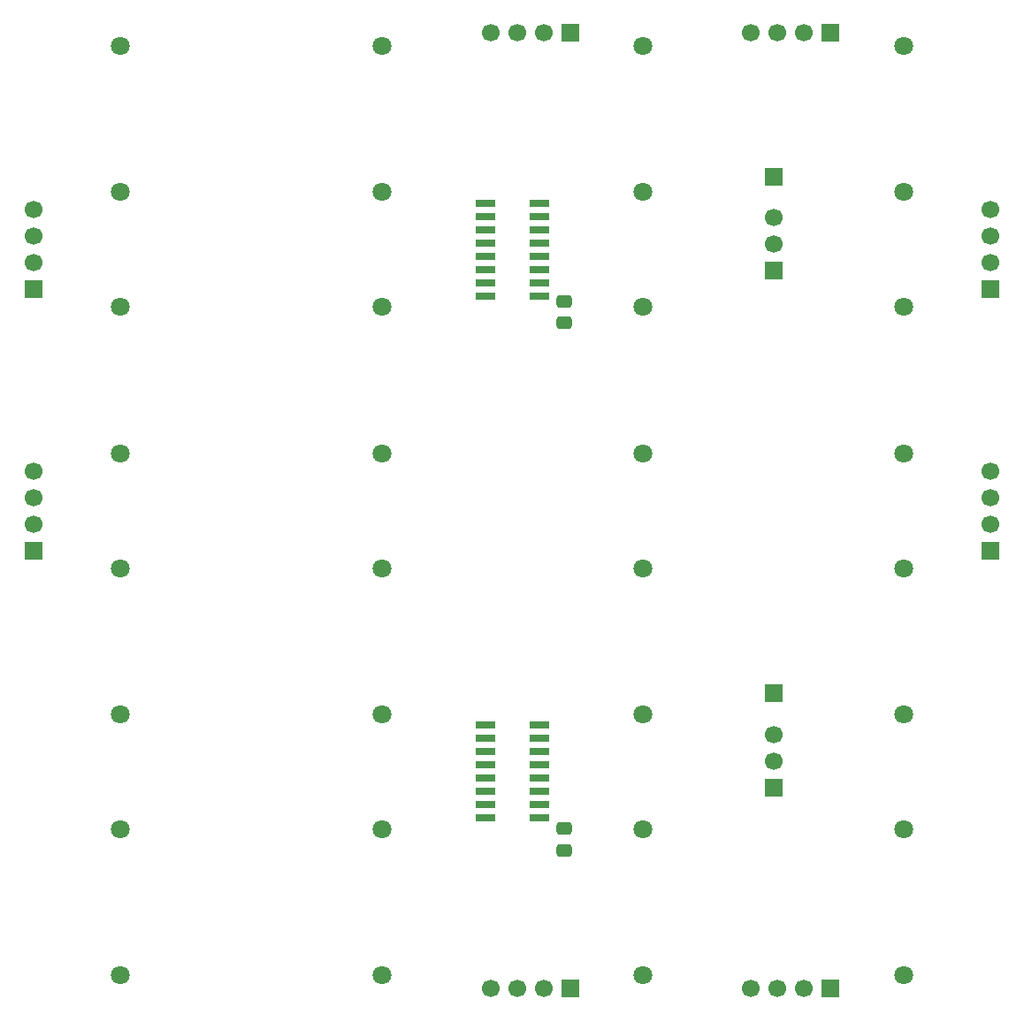
<source format=gbs>
%TF.GenerationSoftware,KiCad,Pcbnew,9.0.6*%
%TF.CreationDate,2025-11-15T09:42:16+01:00*%
%TF.ProjectId,mux_led_reed,6d75785f-6c65-4645-9f72-6565642e6b69,1*%
%TF.SameCoordinates,Original*%
%TF.FileFunction,Soldermask,Bot*%
%TF.FilePolarity,Negative*%
%FSLAX46Y46*%
G04 Gerber Fmt 4.6, Leading zero omitted, Abs format (unit mm)*
G04 Created by KiCad (PCBNEW 9.0.6) date 2025-11-15 09:42:16*
%MOMM*%
%LPD*%
G01*
G04 APERTURE LIST*
G04 Aperture macros list*
%AMRoundRect*
0 Rectangle with rounded corners*
0 $1 Rounding radius*
0 $2 $3 $4 $5 $6 $7 $8 $9 X,Y pos of 4 corners*
0 Add a 4 corners polygon primitive as box body*
4,1,4,$2,$3,$4,$5,$6,$7,$8,$9,$2,$3,0*
0 Add four circle primitives for the rounded corners*
1,1,$1+$1,$2,$3*
1,1,$1+$1,$4,$5*
1,1,$1+$1,$6,$7*
1,1,$1+$1,$8,$9*
0 Add four rect primitives between the rounded corners*
20,1,$1+$1,$2,$3,$4,$5,0*
20,1,$1+$1,$4,$5,$6,$7,0*
20,1,$1+$1,$6,$7,$8,$9,0*
20,1,$1+$1,$8,$9,$2,$3,0*%
G04 Aperture macros list end*
%ADD10C,1.800000*%
%ADD11R,1.700000X1.700000*%
%ADD12C,1.700000*%
%ADD13RoundRect,0.250000X-0.475000X0.337500X-0.475000X-0.337500X0.475000X-0.337500X0.475000X0.337500X0*%
%ADD14RoundRect,0.102000X-0.850900X-0.266700X0.850900X-0.266700X0.850900X0.266700X-0.850900X0.266700X0*%
G04 APERTURE END LIST*
D10*
%TO.C,SW9*%
X93120000Y-75080000D03*
X93120000Y-89080000D03*
%TD*%
%TO.C,SW15*%
X118120000Y-64080000D03*
X118120000Y-50080000D03*
%TD*%
D11*
%TO.C,J6*%
X161100000Y-140360000D03*
D12*
X158560000Y-140360000D03*
X156020000Y-140360000D03*
X153480000Y-140360000D03*
%TD*%
D10*
%TO.C,SW3*%
X143120000Y-125080000D03*
X143120000Y-139080000D03*
%TD*%
D11*
%TO.C,J8*%
X136140000Y-48820000D03*
D12*
X133600000Y-48820000D03*
X131060000Y-48820000D03*
X128520000Y-48820000D03*
%TD*%
D10*
%TO.C,SW1*%
X93120000Y-125080000D03*
X93120000Y-139080000D03*
%TD*%
%TO.C,SW14*%
X143120000Y-64080000D03*
X143120000Y-50080000D03*
%TD*%
D11*
%TO.C,J11*%
X176420000Y-73400000D03*
D12*
X176420000Y-70860000D03*
X176420000Y-68320000D03*
X176420000Y-65780000D03*
%TD*%
D10*
%TO.C,SW5*%
X168120000Y-114080000D03*
X168120000Y-100080000D03*
%TD*%
D11*
%TO.C,J10*%
X84820000Y-98400000D03*
D12*
X84820000Y-95860000D03*
X84820000Y-93320000D03*
X84820000Y-90780000D03*
%TD*%
D10*
%TO.C,SW10*%
X118120000Y-75080000D03*
X118120000Y-89080000D03*
%TD*%
%TO.C,SW2*%
X118120000Y-125080000D03*
X118120000Y-139080000D03*
%TD*%
%TO.C,SW16*%
X93120000Y-64080000D03*
X93120000Y-50080000D03*
%TD*%
D11*
%TO.C,J5*%
X136140000Y-140370000D03*
D12*
X133600000Y-140370000D03*
X131060000Y-140370000D03*
X128520000Y-140370000D03*
%TD*%
D10*
%TO.C,SW13*%
X168120000Y-64080000D03*
X168120000Y-50080000D03*
%TD*%
%TO.C,SW7*%
X118120000Y-114080000D03*
X118120000Y-100080000D03*
%TD*%
%TO.C,SW4*%
X168120000Y-125080000D03*
X168120000Y-139080000D03*
%TD*%
%TO.C,SW6*%
X143120000Y-114080000D03*
X143120000Y-100080000D03*
%TD*%
D11*
%TO.C,J9*%
X84755000Y-73400000D03*
D12*
X84755000Y-70860000D03*
X84755000Y-68320000D03*
X84755000Y-65780000D03*
%TD*%
D11*
%TO.C,J7*%
X161100000Y-48820000D03*
D12*
X158560000Y-48820000D03*
X156020000Y-48820000D03*
X153480000Y-48820000D03*
%TD*%
D10*
%TO.C,SW11*%
X143120000Y-75080000D03*
X143120000Y-89080000D03*
%TD*%
%TO.C,SW8*%
X93120000Y-114080000D03*
X93120000Y-100080000D03*
%TD*%
%TO.C,SW12*%
X168120000Y-75080000D03*
X168120000Y-89080000D03*
%TD*%
D11*
%TO.C,J12*%
X176420000Y-98400000D03*
D12*
X176420000Y-95860000D03*
X176420000Y-93320000D03*
X176420000Y-90780000D03*
%TD*%
D13*
%TO.C,C18*%
X135620000Y-125042500D03*
X135620000Y-127117500D03*
%TD*%
D11*
%TO.C,J1*%
X155620000Y-112080000D03*
%TD*%
D14*
%TO.C,U1*%
X128029200Y-124025000D03*
X128029200Y-122755000D03*
X128029200Y-121485000D03*
X128029200Y-120215000D03*
X128029200Y-118945000D03*
X128029200Y-117675000D03*
X128029200Y-116405000D03*
X128029200Y-115135000D03*
X133210800Y-115135000D03*
X133210800Y-116405000D03*
X133210800Y-117675000D03*
X133210800Y-118945000D03*
X133210800Y-120215000D03*
X133210800Y-121485000D03*
X133210800Y-122755000D03*
X133210800Y-124025000D03*
%TD*%
D13*
%TO.C,C17*%
X135620000Y-74542500D03*
X135620000Y-76617500D03*
%TD*%
D11*
%TO.C,J2*%
X155620000Y-121080000D03*
D12*
X155620000Y-118540000D03*
X155620000Y-116000000D03*
%TD*%
D11*
%TO.C,J4*%
X155620000Y-71580000D03*
D12*
X155620000Y-69040000D03*
X155620000Y-66500000D03*
%TD*%
D11*
%TO.C,J3*%
X155620000Y-62580000D03*
%TD*%
D14*
%TO.C,U2*%
X128029200Y-74025000D03*
X128029200Y-72755000D03*
X128029200Y-71485000D03*
X128029200Y-70215000D03*
X128029200Y-68945000D03*
X128029200Y-67675000D03*
X128029200Y-66405000D03*
X128029200Y-65135000D03*
X133210800Y-65135000D03*
X133210800Y-66405000D03*
X133210800Y-67675000D03*
X133210800Y-68945000D03*
X133210800Y-70215000D03*
X133210800Y-71485000D03*
X133210800Y-72755000D03*
X133210800Y-74025000D03*
%TD*%
M02*

</source>
